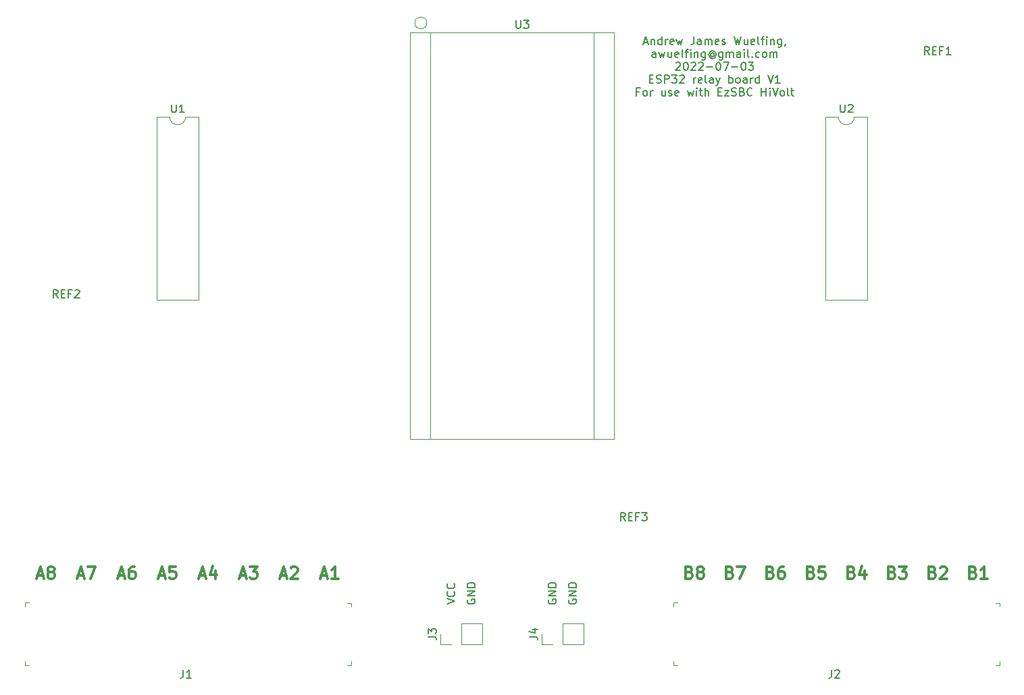
<source format=gbr>
%TF.GenerationSoftware,KiCad,Pcbnew,(6.0.1)*%
%TF.CreationDate,2022-07-03T17:59:52-04:00*%
%TF.ProjectId,tesy,74657379-2e6b-4696-9361-645f70636258,rev?*%
%TF.SameCoordinates,Original*%
%TF.FileFunction,Legend,Top*%
%TF.FilePolarity,Positive*%
%FSLAX46Y46*%
G04 Gerber Fmt 4.6, Leading zero omitted, Abs format (unit mm)*
G04 Created by KiCad (PCBNEW (6.0.1)) date 2022-07-03 17:59:52*
%MOMM*%
%LPD*%
G01*
G04 APERTURE LIST*
%ADD10C,0.300000*%
%ADD11C,0.150000*%
%ADD12C,0.120000*%
%ADD13C,0.100000*%
G04 APERTURE END LIST*
D10*
X136552857Y-121812857D02*
X136767142Y-121884285D01*
X136838571Y-121955714D01*
X136910000Y-122098571D01*
X136910000Y-122312857D01*
X136838571Y-122455714D01*
X136767142Y-122527142D01*
X136624285Y-122598571D01*
X136052857Y-122598571D01*
X136052857Y-121098571D01*
X136552857Y-121098571D01*
X136695714Y-121170000D01*
X136767142Y-121241428D01*
X136838571Y-121384285D01*
X136838571Y-121527142D01*
X136767142Y-121670000D01*
X136695714Y-121741428D01*
X136552857Y-121812857D01*
X136052857Y-121812857D01*
X137410000Y-121098571D02*
X138338571Y-121098571D01*
X137838571Y-121670000D01*
X138052857Y-121670000D01*
X138195714Y-121741428D01*
X138267142Y-121812857D01*
X138338571Y-121955714D01*
X138338571Y-122312857D01*
X138267142Y-122455714D01*
X138195714Y-122527142D01*
X138052857Y-122598571D01*
X137624285Y-122598571D01*
X137481428Y-122527142D01*
X137410000Y-122455714D01*
D11*
X83320000Y-125221904D02*
X83272380Y-125317142D01*
X83272380Y-125460000D01*
X83320000Y-125602857D01*
X83415238Y-125698095D01*
X83510476Y-125745714D01*
X83700952Y-125793333D01*
X83843809Y-125793333D01*
X84034285Y-125745714D01*
X84129523Y-125698095D01*
X84224761Y-125602857D01*
X84272380Y-125460000D01*
X84272380Y-125364761D01*
X84224761Y-125221904D01*
X84177142Y-125174285D01*
X83843809Y-125174285D01*
X83843809Y-125364761D01*
X84272380Y-124745714D02*
X83272380Y-124745714D01*
X84272380Y-124174285D01*
X83272380Y-124174285D01*
X84272380Y-123698095D02*
X83272380Y-123698095D01*
X83272380Y-123460000D01*
X83320000Y-123317142D01*
X83415238Y-123221904D01*
X83510476Y-123174285D01*
X83700952Y-123126666D01*
X83843809Y-123126666D01*
X84034285Y-123174285D01*
X84129523Y-123221904D01*
X84224761Y-123317142D01*
X84272380Y-123460000D01*
X84272380Y-123698095D01*
D10*
X116232857Y-121812857D02*
X116447142Y-121884285D01*
X116518571Y-121955714D01*
X116590000Y-122098571D01*
X116590000Y-122312857D01*
X116518571Y-122455714D01*
X116447142Y-122527142D01*
X116304285Y-122598571D01*
X115732857Y-122598571D01*
X115732857Y-121098571D01*
X116232857Y-121098571D01*
X116375714Y-121170000D01*
X116447142Y-121241428D01*
X116518571Y-121384285D01*
X116518571Y-121527142D01*
X116447142Y-121670000D01*
X116375714Y-121741428D01*
X116232857Y-121812857D01*
X115732857Y-121812857D01*
X117090000Y-121098571D02*
X118090000Y-121098571D01*
X117447142Y-122598571D01*
X49728571Y-122170000D02*
X50442857Y-122170000D01*
X49585714Y-122598571D02*
X50085714Y-121098571D01*
X50585714Y-122598571D01*
X51728571Y-121598571D02*
X51728571Y-122598571D01*
X51371428Y-121027142D02*
X51014285Y-122098571D01*
X51942857Y-122098571D01*
D11*
X80732380Y-125793333D02*
X81732380Y-125460000D01*
X80732380Y-125126666D01*
X81637142Y-124221904D02*
X81684761Y-124269523D01*
X81732380Y-124412380D01*
X81732380Y-124507619D01*
X81684761Y-124650476D01*
X81589523Y-124745714D01*
X81494285Y-124793333D01*
X81303809Y-124840952D01*
X81160952Y-124840952D01*
X80970476Y-124793333D01*
X80875238Y-124745714D01*
X80780000Y-124650476D01*
X80732380Y-124507619D01*
X80732380Y-124412380D01*
X80780000Y-124269523D01*
X80827619Y-124221904D01*
X81637142Y-123221904D02*
X81684761Y-123269523D01*
X81732380Y-123412380D01*
X81732380Y-123507619D01*
X81684761Y-123650476D01*
X81589523Y-123745714D01*
X81494285Y-123793333D01*
X81303809Y-123840952D01*
X81160952Y-123840952D01*
X80970476Y-123793333D01*
X80875238Y-123745714D01*
X80780000Y-123650476D01*
X80732380Y-123507619D01*
X80732380Y-123412380D01*
X80780000Y-123269523D01*
X80827619Y-123221904D01*
D10*
X54808571Y-122170000D02*
X55522857Y-122170000D01*
X54665714Y-122598571D02*
X55165714Y-121098571D01*
X55665714Y-122598571D01*
X56022857Y-121098571D02*
X56951428Y-121098571D01*
X56451428Y-121670000D01*
X56665714Y-121670000D01*
X56808571Y-121741428D01*
X56880000Y-121812857D01*
X56951428Y-121955714D01*
X56951428Y-122312857D01*
X56880000Y-122455714D01*
X56808571Y-122527142D01*
X56665714Y-122598571D01*
X56237142Y-122598571D01*
X56094285Y-122527142D01*
X56022857Y-122455714D01*
X146712857Y-121812857D02*
X146927142Y-121884285D01*
X146998571Y-121955714D01*
X147070000Y-122098571D01*
X147070000Y-122312857D01*
X146998571Y-122455714D01*
X146927142Y-122527142D01*
X146784285Y-122598571D01*
X146212857Y-122598571D01*
X146212857Y-121098571D01*
X146712857Y-121098571D01*
X146855714Y-121170000D01*
X146927142Y-121241428D01*
X146998571Y-121384285D01*
X146998571Y-121527142D01*
X146927142Y-121670000D01*
X146855714Y-121741428D01*
X146712857Y-121812857D01*
X146212857Y-121812857D01*
X148498571Y-122598571D02*
X147641428Y-122598571D01*
X148070000Y-122598571D02*
X148070000Y-121098571D01*
X147927142Y-121312857D01*
X147784285Y-121455714D01*
X147641428Y-121527142D01*
D11*
X93480000Y-125221904D02*
X93432380Y-125317142D01*
X93432380Y-125460000D01*
X93480000Y-125602857D01*
X93575238Y-125698095D01*
X93670476Y-125745714D01*
X93860952Y-125793333D01*
X94003809Y-125793333D01*
X94194285Y-125745714D01*
X94289523Y-125698095D01*
X94384761Y-125602857D01*
X94432380Y-125460000D01*
X94432380Y-125364761D01*
X94384761Y-125221904D01*
X94337142Y-125174285D01*
X94003809Y-125174285D01*
X94003809Y-125364761D01*
X94432380Y-124745714D02*
X93432380Y-124745714D01*
X94432380Y-124174285D01*
X93432380Y-124174285D01*
X94432380Y-123698095D02*
X93432380Y-123698095D01*
X93432380Y-123460000D01*
X93480000Y-123317142D01*
X93575238Y-123221904D01*
X93670476Y-123174285D01*
X93860952Y-123126666D01*
X94003809Y-123126666D01*
X94194285Y-123174285D01*
X94289523Y-123221904D01*
X94384761Y-123317142D01*
X94432380Y-123460000D01*
X94432380Y-123698095D01*
D10*
X126392857Y-121812857D02*
X126607142Y-121884285D01*
X126678571Y-121955714D01*
X126750000Y-122098571D01*
X126750000Y-122312857D01*
X126678571Y-122455714D01*
X126607142Y-122527142D01*
X126464285Y-122598571D01*
X125892857Y-122598571D01*
X125892857Y-121098571D01*
X126392857Y-121098571D01*
X126535714Y-121170000D01*
X126607142Y-121241428D01*
X126678571Y-121384285D01*
X126678571Y-121527142D01*
X126607142Y-121670000D01*
X126535714Y-121741428D01*
X126392857Y-121812857D01*
X125892857Y-121812857D01*
X128107142Y-121098571D02*
X127392857Y-121098571D01*
X127321428Y-121812857D01*
X127392857Y-121741428D01*
X127535714Y-121670000D01*
X127892857Y-121670000D01*
X128035714Y-121741428D01*
X128107142Y-121812857D01*
X128178571Y-121955714D01*
X128178571Y-122312857D01*
X128107142Y-122455714D01*
X128035714Y-122527142D01*
X127892857Y-122598571D01*
X127535714Y-122598571D01*
X127392857Y-122527142D01*
X127321428Y-122455714D01*
X59888571Y-122170000D02*
X60602857Y-122170000D01*
X59745714Y-122598571D02*
X60245714Y-121098571D01*
X60745714Y-122598571D01*
X61174285Y-121241428D02*
X61245714Y-121170000D01*
X61388571Y-121098571D01*
X61745714Y-121098571D01*
X61888571Y-121170000D01*
X61960000Y-121241428D01*
X62031428Y-121384285D01*
X62031428Y-121527142D01*
X61960000Y-121741428D01*
X61102857Y-122598571D01*
X62031428Y-122598571D01*
X111152857Y-121812857D02*
X111367142Y-121884285D01*
X111438571Y-121955714D01*
X111510000Y-122098571D01*
X111510000Y-122312857D01*
X111438571Y-122455714D01*
X111367142Y-122527142D01*
X111224285Y-122598571D01*
X110652857Y-122598571D01*
X110652857Y-121098571D01*
X111152857Y-121098571D01*
X111295714Y-121170000D01*
X111367142Y-121241428D01*
X111438571Y-121384285D01*
X111438571Y-121527142D01*
X111367142Y-121670000D01*
X111295714Y-121741428D01*
X111152857Y-121812857D01*
X110652857Y-121812857D01*
X112367142Y-121741428D02*
X112224285Y-121670000D01*
X112152857Y-121598571D01*
X112081428Y-121455714D01*
X112081428Y-121384285D01*
X112152857Y-121241428D01*
X112224285Y-121170000D01*
X112367142Y-121098571D01*
X112652857Y-121098571D01*
X112795714Y-121170000D01*
X112867142Y-121241428D01*
X112938571Y-121384285D01*
X112938571Y-121455714D01*
X112867142Y-121598571D01*
X112795714Y-121670000D01*
X112652857Y-121741428D01*
X112367142Y-121741428D01*
X112224285Y-121812857D01*
X112152857Y-121884285D01*
X112081428Y-122027142D01*
X112081428Y-122312857D01*
X112152857Y-122455714D01*
X112224285Y-122527142D01*
X112367142Y-122598571D01*
X112652857Y-122598571D01*
X112795714Y-122527142D01*
X112867142Y-122455714D01*
X112938571Y-122312857D01*
X112938571Y-122027142D01*
X112867142Y-121884285D01*
X112795714Y-121812857D01*
X112652857Y-121741428D01*
X34488571Y-122170000D02*
X35202857Y-122170000D01*
X34345714Y-122598571D02*
X34845714Y-121098571D01*
X35345714Y-122598571D01*
X35702857Y-121098571D02*
X36702857Y-121098571D01*
X36060000Y-122598571D01*
X44648571Y-122170000D02*
X45362857Y-122170000D01*
X44505714Y-122598571D02*
X45005714Y-121098571D01*
X45505714Y-122598571D01*
X46720000Y-121098571D02*
X46005714Y-121098571D01*
X45934285Y-121812857D01*
X46005714Y-121741428D01*
X46148571Y-121670000D01*
X46505714Y-121670000D01*
X46648571Y-121741428D01*
X46720000Y-121812857D01*
X46791428Y-121955714D01*
X46791428Y-122312857D01*
X46720000Y-122455714D01*
X46648571Y-122527142D01*
X46505714Y-122598571D01*
X46148571Y-122598571D01*
X46005714Y-122527142D01*
X45934285Y-122455714D01*
X131472857Y-121812857D02*
X131687142Y-121884285D01*
X131758571Y-121955714D01*
X131830000Y-122098571D01*
X131830000Y-122312857D01*
X131758571Y-122455714D01*
X131687142Y-122527142D01*
X131544285Y-122598571D01*
X130972857Y-122598571D01*
X130972857Y-121098571D01*
X131472857Y-121098571D01*
X131615714Y-121170000D01*
X131687142Y-121241428D01*
X131758571Y-121384285D01*
X131758571Y-121527142D01*
X131687142Y-121670000D01*
X131615714Y-121741428D01*
X131472857Y-121812857D01*
X130972857Y-121812857D01*
X133115714Y-121598571D02*
X133115714Y-122598571D01*
X132758571Y-121027142D02*
X132401428Y-122098571D01*
X133330000Y-122098571D01*
D11*
X105419047Y-55366666D02*
X105895238Y-55366666D01*
X105323809Y-55652380D02*
X105657142Y-54652380D01*
X105990476Y-55652380D01*
X106323809Y-54985714D02*
X106323809Y-55652380D01*
X106323809Y-55080952D02*
X106371428Y-55033333D01*
X106466666Y-54985714D01*
X106609523Y-54985714D01*
X106704761Y-55033333D01*
X106752380Y-55128571D01*
X106752380Y-55652380D01*
X107657142Y-55652380D02*
X107657142Y-54652380D01*
X107657142Y-55604761D02*
X107561904Y-55652380D01*
X107371428Y-55652380D01*
X107276190Y-55604761D01*
X107228571Y-55557142D01*
X107180952Y-55461904D01*
X107180952Y-55176190D01*
X107228571Y-55080952D01*
X107276190Y-55033333D01*
X107371428Y-54985714D01*
X107561904Y-54985714D01*
X107657142Y-55033333D01*
X108133333Y-55652380D02*
X108133333Y-54985714D01*
X108133333Y-55176190D02*
X108180952Y-55080952D01*
X108228571Y-55033333D01*
X108323809Y-54985714D01*
X108419047Y-54985714D01*
X109133333Y-55604761D02*
X109038095Y-55652380D01*
X108847619Y-55652380D01*
X108752380Y-55604761D01*
X108704761Y-55509523D01*
X108704761Y-55128571D01*
X108752380Y-55033333D01*
X108847619Y-54985714D01*
X109038095Y-54985714D01*
X109133333Y-55033333D01*
X109180952Y-55128571D01*
X109180952Y-55223809D01*
X108704761Y-55319047D01*
X109514285Y-54985714D02*
X109704761Y-55652380D01*
X109895238Y-55176190D01*
X110085714Y-55652380D01*
X110276190Y-54985714D01*
X111704761Y-54652380D02*
X111704761Y-55366666D01*
X111657142Y-55509523D01*
X111561904Y-55604761D01*
X111419047Y-55652380D01*
X111323809Y-55652380D01*
X112609523Y-55652380D02*
X112609523Y-55128571D01*
X112561904Y-55033333D01*
X112466666Y-54985714D01*
X112276190Y-54985714D01*
X112180952Y-55033333D01*
X112609523Y-55604761D02*
X112514285Y-55652380D01*
X112276190Y-55652380D01*
X112180952Y-55604761D01*
X112133333Y-55509523D01*
X112133333Y-55414285D01*
X112180952Y-55319047D01*
X112276190Y-55271428D01*
X112514285Y-55271428D01*
X112609523Y-55223809D01*
X113085714Y-55652380D02*
X113085714Y-54985714D01*
X113085714Y-55080952D02*
X113133333Y-55033333D01*
X113228571Y-54985714D01*
X113371428Y-54985714D01*
X113466666Y-55033333D01*
X113514285Y-55128571D01*
X113514285Y-55652380D01*
X113514285Y-55128571D02*
X113561904Y-55033333D01*
X113657142Y-54985714D01*
X113800000Y-54985714D01*
X113895238Y-55033333D01*
X113942857Y-55128571D01*
X113942857Y-55652380D01*
X114800000Y-55604761D02*
X114704761Y-55652380D01*
X114514285Y-55652380D01*
X114419047Y-55604761D01*
X114371428Y-55509523D01*
X114371428Y-55128571D01*
X114419047Y-55033333D01*
X114514285Y-54985714D01*
X114704761Y-54985714D01*
X114800000Y-55033333D01*
X114847619Y-55128571D01*
X114847619Y-55223809D01*
X114371428Y-55319047D01*
X115228571Y-55604761D02*
X115323809Y-55652380D01*
X115514285Y-55652380D01*
X115609523Y-55604761D01*
X115657142Y-55509523D01*
X115657142Y-55461904D01*
X115609523Y-55366666D01*
X115514285Y-55319047D01*
X115371428Y-55319047D01*
X115276190Y-55271428D01*
X115228571Y-55176190D01*
X115228571Y-55128571D01*
X115276190Y-55033333D01*
X115371428Y-54985714D01*
X115514285Y-54985714D01*
X115609523Y-55033333D01*
X116752380Y-54652380D02*
X116990476Y-55652380D01*
X117180952Y-54938095D01*
X117371428Y-55652380D01*
X117609523Y-54652380D01*
X118419047Y-54985714D02*
X118419047Y-55652380D01*
X117990476Y-54985714D02*
X117990476Y-55509523D01*
X118038095Y-55604761D01*
X118133333Y-55652380D01*
X118276190Y-55652380D01*
X118371428Y-55604761D01*
X118419047Y-55557142D01*
X119276190Y-55604761D02*
X119180952Y-55652380D01*
X118990476Y-55652380D01*
X118895238Y-55604761D01*
X118847619Y-55509523D01*
X118847619Y-55128571D01*
X118895238Y-55033333D01*
X118990476Y-54985714D01*
X119180952Y-54985714D01*
X119276190Y-55033333D01*
X119323809Y-55128571D01*
X119323809Y-55223809D01*
X118847619Y-55319047D01*
X119895238Y-55652380D02*
X119800000Y-55604761D01*
X119752380Y-55509523D01*
X119752380Y-54652380D01*
X120133333Y-54985714D02*
X120514285Y-54985714D01*
X120276190Y-55652380D02*
X120276190Y-54795238D01*
X120323809Y-54700000D01*
X120419047Y-54652380D01*
X120514285Y-54652380D01*
X120847619Y-55652380D02*
X120847619Y-54985714D01*
X120847619Y-54652380D02*
X120800000Y-54700000D01*
X120847619Y-54747619D01*
X120895238Y-54700000D01*
X120847619Y-54652380D01*
X120847619Y-54747619D01*
X121323809Y-54985714D02*
X121323809Y-55652380D01*
X121323809Y-55080952D02*
X121371428Y-55033333D01*
X121466666Y-54985714D01*
X121609523Y-54985714D01*
X121704761Y-55033333D01*
X121752380Y-55128571D01*
X121752380Y-55652380D01*
X122657142Y-54985714D02*
X122657142Y-55795238D01*
X122609523Y-55890476D01*
X122561904Y-55938095D01*
X122466666Y-55985714D01*
X122323809Y-55985714D01*
X122228571Y-55938095D01*
X122657142Y-55604761D02*
X122561904Y-55652380D01*
X122371428Y-55652380D01*
X122276190Y-55604761D01*
X122228571Y-55557142D01*
X122180952Y-55461904D01*
X122180952Y-55176190D01*
X122228571Y-55080952D01*
X122276190Y-55033333D01*
X122371428Y-54985714D01*
X122561904Y-54985714D01*
X122657142Y-55033333D01*
X123180952Y-55604761D02*
X123180952Y-55652380D01*
X123133333Y-55747619D01*
X123085714Y-55795238D01*
X106919047Y-57262380D02*
X106919047Y-56738571D01*
X106871428Y-56643333D01*
X106776190Y-56595714D01*
X106585714Y-56595714D01*
X106490476Y-56643333D01*
X106919047Y-57214761D02*
X106823809Y-57262380D01*
X106585714Y-57262380D01*
X106490476Y-57214761D01*
X106442857Y-57119523D01*
X106442857Y-57024285D01*
X106490476Y-56929047D01*
X106585714Y-56881428D01*
X106823809Y-56881428D01*
X106919047Y-56833809D01*
X107300000Y-56595714D02*
X107490476Y-57262380D01*
X107680952Y-56786190D01*
X107871428Y-57262380D01*
X108061904Y-56595714D01*
X108871428Y-56595714D02*
X108871428Y-57262380D01*
X108442857Y-56595714D02*
X108442857Y-57119523D01*
X108490476Y-57214761D01*
X108585714Y-57262380D01*
X108728571Y-57262380D01*
X108823809Y-57214761D01*
X108871428Y-57167142D01*
X109728571Y-57214761D02*
X109633333Y-57262380D01*
X109442857Y-57262380D01*
X109347619Y-57214761D01*
X109300000Y-57119523D01*
X109300000Y-56738571D01*
X109347619Y-56643333D01*
X109442857Y-56595714D01*
X109633333Y-56595714D01*
X109728571Y-56643333D01*
X109776190Y-56738571D01*
X109776190Y-56833809D01*
X109300000Y-56929047D01*
X110347619Y-57262380D02*
X110252380Y-57214761D01*
X110204761Y-57119523D01*
X110204761Y-56262380D01*
X110585714Y-56595714D02*
X110966666Y-56595714D01*
X110728571Y-57262380D02*
X110728571Y-56405238D01*
X110776190Y-56310000D01*
X110871428Y-56262380D01*
X110966666Y-56262380D01*
X111300000Y-57262380D02*
X111300000Y-56595714D01*
X111300000Y-56262380D02*
X111252380Y-56310000D01*
X111300000Y-56357619D01*
X111347619Y-56310000D01*
X111300000Y-56262380D01*
X111300000Y-56357619D01*
X111776190Y-56595714D02*
X111776190Y-57262380D01*
X111776190Y-56690952D02*
X111823809Y-56643333D01*
X111919047Y-56595714D01*
X112061904Y-56595714D01*
X112157142Y-56643333D01*
X112204761Y-56738571D01*
X112204761Y-57262380D01*
X113109523Y-56595714D02*
X113109523Y-57405238D01*
X113061904Y-57500476D01*
X113014285Y-57548095D01*
X112919047Y-57595714D01*
X112776190Y-57595714D01*
X112680952Y-57548095D01*
X113109523Y-57214761D02*
X113014285Y-57262380D01*
X112823809Y-57262380D01*
X112728571Y-57214761D01*
X112680952Y-57167142D01*
X112633333Y-57071904D01*
X112633333Y-56786190D01*
X112680952Y-56690952D01*
X112728571Y-56643333D01*
X112823809Y-56595714D01*
X113014285Y-56595714D01*
X113109523Y-56643333D01*
X114204761Y-56786190D02*
X114157142Y-56738571D01*
X114061904Y-56690952D01*
X113966666Y-56690952D01*
X113871428Y-56738571D01*
X113823809Y-56786190D01*
X113776190Y-56881428D01*
X113776190Y-56976666D01*
X113823809Y-57071904D01*
X113871428Y-57119523D01*
X113966666Y-57167142D01*
X114061904Y-57167142D01*
X114157142Y-57119523D01*
X114204761Y-57071904D01*
X114204761Y-56690952D02*
X114204761Y-57071904D01*
X114252380Y-57119523D01*
X114300000Y-57119523D01*
X114395238Y-57071904D01*
X114442857Y-56976666D01*
X114442857Y-56738571D01*
X114347619Y-56595714D01*
X114204761Y-56500476D01*
X114014285Y-56452857D01*
X113823809Y-56500476D01*
X113680952Y-56595714D01*
X113585714Y-56738571D01*
X113538095Y-56929047D01*
X113585714Y-57119523D01*
X113680952Y-57262380D01*
X113823809Y-57357619D01*
X114014285Y-57405238D01*
X114204761Y-57357619D01*
X114347619Y-57262380D01*
X115300000Y-56595714D02*
X115300000Y-57405238D01*
X115252380Y-57500476D01*
X115204761Y-57548095D01*
X115109523Y-57595714D01*
X114966666Y-57595714D01*
X114871428Y-57548095D01*
X115300000Y-57214761D02*
X115204761Y-57262380D01*
X115014285Y-57262380D01*
X114919047Y-57214761D01*
X114871428Y-57167142D01*
X114823809Y-57071904D01*
X114823809Y-56786190D01*
X114871428Y-56690952D01*
X114919047Y-56643333D01*
X115014285Y-56595714D01*
X115204761Y-56595714D01*
X115300000Y-56643333D01*
X115776190Y-57262380D02*
X115776190Y-56595714D01*
X115776190Y-56690952D02*
X115823809Y-56643333D01*
X115919047Y-56595714D01*
X116061904Y-56595714D01*
X116157142Y-56643333D01*
X116204761Y-56738571D01*
X116204761Y-57262380D01*
X116204761Y-56738571D02*
X116252380Y-56643333D01*
X116347619Y-56595714D01*
X116490476Y-56595714D01*
X116585714Y-56643333D01*
X116633333Y-56738571D01*
X116633333Y-57262380D01*
X117538095Y-57262380D02*
X117538095Y-56738571D01*
X117490476Y-56643333D01*
X117395238Y-56595714D01*
X117204761Y-56595714D01*
X117109523Y-56643333D01*
X117538095Y-57214761D02*
X117442857Y-57262380D01*
X117204761Y-57262380D01*
X117109523Y-57214761D01*
X117061904Y-57119523D01*
X117061904Y-57024285D01*
X117109523Y-56929047D01*
X117204761Y-56881428D01*
X117442857Y-56881428D01*
X117538095Y-56833809D01*
X118014285Y-57262380D02*
X118014285Y-56595714D01*
X118014285Y-56262380D02*
X117966666Y-56310000D01*
X118014285Y-56357619D01*
X118061904Y-56310000D01*
X118014285Y-56262380D01*
X118014285Y-56357619D01*
X118633333Y-57262380D02*
X118538095Y-57214761D01*
X118490476Y-57119523D01*
X118490476Y-56262380D01*
X119014285Y-57167142D02*
X119061904Y-57214761D01*
X119014285Y-57262380D01*
X118966666Y-57214761D01*
X119014285Y-57167142D01*
X119014285Y-57262380D01*
X119919047Y-57214761D02*
X119823809Y-57262380D01*
X119633333Y-57262380D01*
X119538095Y-57214761D01*
X119490476Y-57167142D01*
X119442857Y-57071904D01*
X119442857Y-56786190D01*
X119490476Y-56690952D01*
X119538095Y-56643333D01*
X119633333Y-56595714D01*
X119823809Y-56595714D01*
X119919047Y-56643333D01*
X120490476Y-57262380D02*
X120395238Y-57214761D01*
X120347619Y-57167142D01*
X120300000Y-57071904D01*
X120300000Y-56786190D01*
X120347619Y-56690952D01*
X120395238Y-56643333D01*
X120490476Y-56595714D01*
X120633333Y-56595714D01*
X120728571Y-56643333D01*
X120776190Y-56690952D01*
X120823809Y-56786190D01*
X120823809Y-57071904D01*
X120776190Y-57167142D01*
X120728571Y-57214761D01*
X120633333Y-57262380D01*
X120490476Y-57262380D01*
X121252380Y-57262380D02*
X121252380Y-56595714D01*
X121252380Y-56690952D02*
X121300000Y-56643333D01*
X121395238Y-56595714D01*
X121538095Y-56595714D01*
X121633333Y-56643333D01*
X121680952Y-56738571D01*
X121680952Y-57262380D01*
X121680952Y-56738571D02*
X121728571Y-56643333D01*
X121823809Y-56595714D01*
X121966666Y-56595714D01*
X122061904Y-56643333D01*
X122109523Y-56738571D01*
X122109523Y-57262380D01*
X109442857Y-57967619D02*
X109490476Y-57920000D01*
X109585714Y-57872380D01*
X109823809Y-57872380D01*
X109919047Y-57920000D01*
X109966666Y-57967619D01*
X110014285Y-58062857D01*
X110014285Y-58158095D01*
X109966666Y-58300952D01*
X109395238Y-58872380D01*
X110014285Y-58872380D01*
X110633333Y-57872380D02*
X110728571Y-57872380D01*
X110823809Y-57920000D01*
X110871428Y-57967619D01*
X110919047Y-58062857D01*
X110966666Y-58253333D01*
X110966666Y-58491428D01*
X110919047Y-58681904D01*
X110871428Y-58777142D01*
X110823809Y-58824761D01*
X110728571Y-58872380D01*
X110633333Y-58872380D01*
X110538095Y-58824761D01*
X110490476Y-58777142D01*
X110442857Y-58681904D01*
X110395238Y-58491428D01*
X110395238Y-58253333D01*
X110442857Y-58062857D01*
X110490476Y-57967619D01*
X110538095Y-57920000D01*
X110633333Y-57872380D01*
X111347619Y-57967619D02*
X111395238Y-57920000D01*
X111490476Y-57872380D01*
X111728571Y-57872380D01*
X111823809Y-57920000D01*
X111871428Y-57967619D01*
X111919047Y-58062857D01*
X111919047Y-58158095D01*
X111871428Y-58300952D01*
X111300000Y-58872380D01*
X111919047Y-58872380D01*
X112300000Y-57967619D02*
X112347619Y-57920000D01*
X112442857Y-57872380D01*
X112680952Y-57872380D01*
X112776190Y-57920000D01*
X112823809Y-57967619D01*
X112871428Y-58062857D01*
X112871428Y-58158095D01*
X112823809Y-58300952D01*
X112252380Y-58872380D01*
X112871428Y-58872380D01*
X113300000Y-58491428D02*
X114061904Y-58491428D01*
X114728571Y-57872380D02*
X114823809Y-57872380D01*
X114919047Y-57920000D01*
X114966666Y-57967619D01*
X115014285Y-58062857D01*
X115061904Y-58253333D01*
X115061904Y-58491428D01*
X115014285Y-58681904D01*
X114966666Y-58777142D01*
X114919047Y-58824761D01*
X114823809Y-58872380D01*
X114728571Y-58872380D01*
X114633333Y-58824761D01*
X114585714Y-58777142D01*
X114538095Y-58681904D01*
X114490476Y-58491428D01*
X114490476Y-58253333D01*
X114538095Y-58062857D01*
X114585714Y-57967619D01*
X114633333Y-57920000D01*
X114728571Y-57872380D01*
X115395238Y-57872380D02*
X116061904Y-57872380D01*
X115633333Y-58872380D01*
X116442857Y-58491428D02*
X117204761Y-58491428D01*
X117871428Y-57872380D02*
X117966666Y-57872380D01*
X118061904Y-57920000D01*
X118109523Y-57967619D01*
X118157142Y-58062857D01*
X118204761Y-58253333D01*
X118204761Y-58491428D01*
X118157142Y-58681904D01*
X118109523Y-58777142D01*
X118061904Y-58824761D01*
X117966666Y-58872380D01*
X117871428Y-58872380D01*
X117776190Y-58824761D01*
X117728571Y-58777142D01*
X117680952Y-58681904D01*
X117633333Y-58491428D01*
X117633333Y-58253333D01*
X117680952Y-58062857D01*
X117728571Y-57967619D01*
X117776190Y-57920000D01*
X117871428Y-57872380D01*
X118538095Y-57872380D02*
X119157142Y-57872380D01*
X118823809Y-58253333D01*
X118966666Y-58253333D01*
X119061904Y-58300952D01*
X119109523Y-58348571D01*
X119157142Y-58443809D01*
X119157142Y-58681904D01*
X119109523Y-58777142D01*
X119061904Y-58824761D01*
X118966666Y-58872380D01*
X118680952Y-58872380D01*
X118585714Y-58824761D01*
X118538095Y-58777142D01*
X106157142Y-59958571D02*
X106490476Y-59958571D01*
X106633333Y-60482380D02*
X106157142Y-60482380D01*
X106157142Y-59482380D01*
X106633333Y-59482380D01*
X107014285Y-60434761D02*
X107157142Y-60482380D01*
X107395238Y-60482380D01*
X107490476Y-60434761D01*
X107538095Y-60387142D01*
X107585714Y-60291904D01*
X107585714Y-60196666D01*
X107538095Y-60101428D01*
X107490476Y-60053809D01*
X107395238Y-60006190D01*
X107204761Y-59958571D01*
X107109523Y-59910952D01*
X107061904Y-59863333D01*
X107014285Y-59768095D01*
X107014285Y-59672857D01*
X107061904Y-59577619D01*
X107109523Y-59530000D01*
X107204761Y-59482380D01*
X107442857Y-59482380D01*
X107585714Y-59530000D01*
X108014285Y-60482380D02*
X108014285Y-59482380D01*
X108395238Y-59482380D01*
X108490476Y-59530000D01*
X108538095Y-59577619D01*
X108585714Y-59672857D01*
X108585714Y-59815714D01*
X108538095Y-59910952D01*
X108490476Y-59958571D01*
X108395238Y-60006190D01*
X108014285Y-60006190D01*
X108919047Y-59482380D02*
X109538095Y-59482380D01*
X109204761Y-59863333D01*
X109347619Y-59863333D01*
X109442857Y-59910952D01*
X109490476Y-59958571D01*
X109538095Y-60053809D01*
X109538095Y-60291904D01*
X109490476Y-60387142D01*
X109442857Y-60434761D01*
X109347619Y-60482380D01*
X109061904Y-60482380D01*
X108966666Y-60434761D01*
X108919047Y-60387142D01*
X109919047Y-59577619D02*
X109966666Y-59530000D01*
X110061904Y-59482380D01*
X110300000Y-59482380D01*
X110395238Y-59530000D01*
X110442857Y-59577619D01*
X110490476Y-59672857D01*
X110490476Y-59768095D01*
X110442857Y-59910952D01*
X109871428Y-60482380D01*
X110490476Y-60482380D01*
X111680952Y-60482380D02*
X111680952Y-59815714D01*
X111680952Y-60006190D02*
X111728571Y-59910952D01*
X111776190Y-59863333D01*
X111871428Y-59815714D01*
X111966666Y-59815714D01*
X112680952Y-60434761D02*
X112585714Y-60482380D01*
X112395238Y-60482380D01*
X112300000Y-60434761D01*
X112252380Y-60339523D01*
X112252380Y-59958571D01*
X112300000Y-59863333D01*
X112395238Y-59815714D01*
X112585714Y-59815714D01*
X112680952Y-59863333D01*
X112728571Y-59958571D01*
X112728571Y-60053809D01*
X112252380Y-60149047D01*
X113300000Y-60482380D02*
X113204761Y-60434761D01*
X113157142Y-60339523D01*
X113157142Y-59482380D01*
X114109523Y-60482380D02*
X114109523Y-59958571D01*
X114061904Y-59863333D01*
X113966666Y-59815714D01*
X113776190Y-59815714D01*
X113680952Y-59863333D01*
X114109523Y-60434761D02*
X114014285Y-60482380D01*
X113776190Y-60482380D01*
X113680952Y-60434761D01*
X113633333Y-60339523D01*
X113633333Y-60244285D01*
X113680952Y-60149047D01*
X113776190Y-60101428D01*
X114014285Y-60101428D01*
X114109523Y-60053809D01*
X114490476Y-59815714D02*
X114728571Y-60482380D01*
X114966666Y-59815714D02*
X114728571Y-60482380D01*
X114633333Y-60720476D01*
X114585714Y-60768095D01*
X114490476Y-60815714D01*
X116109523Y-60482380D02*
X116109523Y-59482380D01*
X116109523Y-59863333D02*
X116204761Y-59815714D01*
X116395238Y-59815714D01*
X116490476Y-59863333D01*
X116538095Y-59910952D01*
X116585714Y-60006190D01*
X116585714Y-60291904D01*
X116538095Y-60387142D01*
X116490476Y-60434761D01*
X116395238Y-60482380D01*
X116204761Y-60482380D01*
X116109523Y-60434761D01*
X117157142Y-60482380D02*
X117061904Y-60434761D01*
X117014285Y-60387142D01*
X116966666Y-60291904D01*
X116966666Y-60006190D01*
X117014285Y-59910952D01*
X117061904Y-59863333D01*
X117157142Y-59815714D01*
X117299999Y-59815714D01*
X117395238Y-59863333D01*
X117442857Y-59910952D01*
X117490476Y-60006190D01*
X117490476Y-60291904D01*
X117442857Y-60387142D01*
X117395238Y-60434761D01*
X117299999Y-60482380D01*
X117157142Y-60482380D01*
X118347619Y-60482380D02*
X118347619Y-59958571D01*
X118299999Y-59863333D01*
X118204761Y-59815714D01*
X118014285Y-59815714D01*
X117919047Y-59863333D01*
X118347619Y-60434761D02*
X118252380Y-60482380D01*
X118014285Y-60482380D01*
X117919047Y-60434761D01*
X117871428Y-60339523D01*
X117871428Y-60244285D01*
X117919047Y-60149047D01*
X118014285Y-60101428D01*
X118252380Y-60101428D01*
X118347619Y-60053809D01*
X118823809Y-60482380D02*
X118823809Y-59815714D01*
X118823809Y-60006190D02*
X118871428Y-59910952D01*
X118919047Y-59863333D01*
X119014285Y-59815714D01*
X119109523Y-59815714D01*
X119871428Y-60482380D02*
X119871428Y-59482380D01*
X119871428Y-60434761D02*
X119776190Y-60482380D01*
X119585714Y-60482380D01*
X119490476Y-60434761D01*
X119442857Y-60387142D01*
X119395238Y-60291904D01*
X119395238Y-60006190D01*
X119442857Y-59910952D01*
X119490476Y-59863333D01*
X119585714Y-59815714D01*
X119776190Y-59815714D01*
X119871428Y-59863333D01*
X120966666Y-59482380D02*
X121299999Y-60482380D01*
X121633333Y-59482380D01*
X122490476Y-60482380D02*
X121919047Y-60482380D01*
X122204761Y-60482380D02*
X122204761Y-59482380D01*
X122109523Y-59625238D01*
X122014285Y-59720476D01*
X121919047Y-59768095D01*
X104847619Y-61568571D02*
X104514285Y-61568571D01*
X104514285Y-62092380D02*
X104514285Y-61092380D01*
X104990476Y-61092380D01*
X105514285Y-62092380D02*
X105419047Y-62044761D01*
X105371428Y-61997142D01*
X105323809Y-61901904D01*
X105323809Y-61616190D01*
X105371428Y-61520952D01*
X105419047Y-61473333D01*
X105514285Y-61425714D01*
X105657142Y-61425714D01*
X105752380Y-61473333D01*
X105800000Y-61520952D01*
X105847619Y-61616190D01*
X105847619Y-61901904D01*
X105800000Y-61997142D01*
X105752380Y-62044761D01*
X105657142Y-62092380D01*
X105514285Y-62092380D01*
X106276190Y-62092380D02*
X106276190Y-61425714D01*
X106276190Y-61616190D02*
X106323809Y-61520952D01*
X106371428Y-61473333D01*
X106466666Y-61425714D01*
X106561904Y-61425714D01*
X108085714Y-61425714D02*
X108085714Y-62092380D01*
X107657142Y-61425714D02*
X107657142Y-61949523D01*
X107704761Y-62044761D01*
X107800000Y-62092380D01*
X107942857Y-62092380D01*
X108038095Y-62044761D01*
X108085714Y-61997142D01*
X108514285Y-62044761D02*
X108609523Y-62092380D01*
X108800000Y-62092380D01*
X108895238Y-62044761D01*
X108942857Y-61949523D01*
X108942857Y-61901904D01*
X108895238Y-61806666D01*
X108800000Y-61759047D01*
X108657142Y-61759047D01*
X108561904Y-61711428D01*
X108514285Y-61616190D01*
X108514285Y-61568571D01*
X108561904Y-61473333D01*
X108657142Y-61425714D01*
X108800000Y-61425714D01*
X108895238Y-61473333D01*
X109752380Y-62044761D02*
X109657142Y-62092380D01*
X109466666Y-62092380D01*
X109371428Y-62044761D01*
X109323809Y-61949523D01*
X109323809Y-61568571D01*
X109371428Y-61473333D01*
X109466666Y-61425714D01*
X109657142Y-61425714D01*
X109752380Y-61473333D01*
X109800000Y-61568571D01*
X109800000Y-61663809D01*
X109323809Y-61759047D01*
X110895238Y-61425714D02*
X111085714Y-62092380D01*
X111276190Y-61616190D01*
X111466666Y-62092380D01*
X111657142Y-61425714D01*
X112038095Y-62092380D02*
X112038095Y-61425714D01*
X112038095Y-61092380D02*
X111990476Y-61140000D01*
X112038095Y-61187619D01*
X112085714Y-61140000D01*
X112038095Y-61092380D01*
X112038095Y-61187619D01*
X112371428Y-61425714D02*
X112752380Y-61425714D01*
X112514285Y-61092380D02*
X112514285Y-61949523D01*
X112561904Y-62044761D01*
X112657142Y-62092380D01*
X112752380Y-62092380D01*
X113085714Y-62092380D02*
X113085714Y-61092380D01*
X113514285Y-62092380D02*
X113514285Y-61568571D01*
X113466666Y-61473333D01*
X113371428Y-61425714D01*
X113228571Y-61425714D01*
X113133333Y-61473333D01*
X113085714Y-61520952D01*
X114752380Y-61568571D02*
X115085714Y-61568571D01*
X115228571Y-62092380D02*
X114752380Y-62092380D01*
X114752380Y-61092380D01*
X115228571Y-61092380D01*
X115561904Y-61425714D02*
X116085714Y-61425714D01*
X115561904Y-62092380D01*
X116085714Y-62092380D01*
X116419047Y-62044761D02*
X116561904Y-62092380D01*
X116800000Y-62092380D01*
X116895238Y-62044761D01*
X116942857Y-61997142D01*
X116990476Y-61901904D01*
X116990476Y-61806666D01*
X116942857Y-61711428D01*
X116895238Y-61663809D01*
X116800000Y-61616190D01*
X116609523Y-61568571D01*
X116514285Y-61520952D01*
X116466666Y-61473333D01*
X116419047Y-61378095D01*
X116419047Y-61282857D01*
X116466666Y-61187619D01*
X116514285Y-61140000D01*
X116609523Y-61092380D01*
X116847619Y-61092380D01*
X116990476Y-61140000D01*
X117752380Y-61568571D02*
X117895238Y-61616190D01*
X117942857Y-61663809D01*
X117990476Y-61759047D01*
X117990476Y-61901904D01*
X117942857Y-61997142D01*
X117895238Y-62044761D01*
X117800000Y-62092380D01*
X117419047Y-62092380D01*
X117419047Y-61092380D01*
X117752380Y-61092380D01*
X117847619Y-61140000D01*
X117895238Y-61187619D01*
X117942857Y-61282857D01*
X117942857Y-61378095D01*
X117895238Y-61473333D01*
X117847619Y-61520952D01*
X117752380Y-61568571D01*
X117419047Y-61568571D01*
X118990476Y-61997142D02*
X118942857Y-62044761D01*
X118800000Y-62092380D01*
X118704761Y-62092380D01*
X118561904Y-62044761D01*
X118466666Y-61949523D01*
X118419047Y-61854285D01*
X118371428Y-61663809D01*
X118371428Y-61520952D01*
X118419047Y-61330476D01*
X118466666Y-61235238D01*
X118561904Y-61140000D01*
X118704761Y-61092380D01*
X118800000Y-61092380D01*
X118942857Y-61140000D01*
X118990476Y-61187619D01*
X120180952Y-62092380D02*
X120180952Y-61092380D01*
X120180952Y-61568571D02*
X120752380Y-61568571D01*
X120752380Y-62092380D02*
X120752380Y-61092380D01*
X121228571Y-62092380D02*
X121228571Y-61425714D01*
X121228571Y-61092380D02*
X121180952Y-61140000D01*
X121228571Y-61187619D01*
X121276190Y-61140000D01*
X121228571Y-61092380D01*
X121228571Y-61187619D01*
X121561904Y-61092380D02*
X121895238Y-62092380D01*
X122228571Y-61092380D01*
X122704761Y-62092380D02*
X122609523Y-62044761D01*
X122561904Y-61997142D01*
X122514285Y-61901904D01*
X122514285Y-61616190D01*
X122561904Y-61520952D01*
X122609523Y-61473333D01*
X122704761Y-61425714D01*
X122847619Y-61425714D01*
X122942857Y-61473333D01*
X122990476Y-61520952D01*
X123038095Y-61616190D01*
X123038095Y-61901904D01*
X122990476Y-61997142D01*
X122942857Y-62044761D01*
X122847619Y-62092380D01*
X122704761Y-62092380D01*
X123609523Y-62092380D02*
X123514285Y-62044761D01*
X123466666Y-61949523D01*
X123466666Y-61092380D01*
X123847619Y-61425714D02*
X124228571Y-61425714D01*
X123990476Y-61092380D02*
X123990476Y-61949523D01*
X124038095Y-62044761D01*
X124133333Y-62092380D01*
X124228571Y-62092380D01*
D10*
X39568571Y-122170000D02*
X40282857Y-122170000D01*
X39425714Y-122598571D02*
X39925714Y-121098571D01*
X40425714Y-122598571D01*
X41568571Y-121098571D02*
X41282857Y-121098571D01*
X41140000Y-121170000D01*
X41068571Y-121241428D01*
X40925714Y-121455714D01*
X40854285Y-121741428D01*
X40854285Y-122312857D01*
X40925714Y-122455714D01*
X40997142Y-122527142D01*
X41140000Y-122598571D01*
X41425714Y-122598571D01*
X41568571Y-122527142D01*
X41640000Y-122455714D01*
X41711428Y-122312857D01*
X41711428Y-121955714D01*
X41640000Y-121812857D01*
X41568571Y-121741428D01*
X41425714Y-121670000D01*
X41140000Y-121670000D01*
X40997142Y-121741428D01*
X40925714Y-121812857D01*
X40854285Y-121955714D01*
X29408571Y-122170000D02*
X30122857Y-122170000D01*
X29265714Y-122598571D02*
X29765714Y-121098571D01*
X30265714Y-122598571D01*
X30980000Y-121741428D02*
X30837142Y-121670000D01*
X30765714Y-121598571D01*
X30694285Y-121455714D01*
X30694285Y-121384285D01*
X30765714Y-121241428D01*
X30837142Y-121170000D01*
X30980000Y-121098571D01*
X31265714Y-121098571D01*
X31408571Y-121170000D01*
X31480000Y-121241428D01*
X31551428Y-121384285D01*
X31551428Y-121455714D01*
X31480000Y-121598571D01*
X31408571Y-121670000D01*
X31265714Y-121741428D01*
X30980000Y-121741428D01*
X30837142Y-121812857D01*
X30765714Y-121884285D01*
X30694285Y-122027142D01*
X30694285Y-122312857D01*
X30765714Y-122455714D01*
X30837142Y-122527142D01*
X30980000Y-122598571D01*
X31265714Y-122598571D01*
X31408571Y-122527142D01*
X31480000Y-122455714D01*
X31551428Y-122312857D01*
X31551428Y-122027142D01*
X31480000Y-121884285D01*
X31408571Y-121812857D01*
X31265714Y-121741428D01*
D11*
X96020000Y-125221904D02*
X95972380Y-125317142D01*
X95972380Y-125460000D01*
X96020000Y-125602857D01*
X96115238Y-125698095D01*
X96210476Y-125745714D01*
X96400952Y-125793333D01*
X96543809Y-125793333D01*
X96734285Y-125745714D01*
X96829523Y-125698095D01*
X96924761Y-125602857D01*
X96972380Y-125460000D01*
X96972380Y-125364761D01*
X96924761Y-125221904D01*
X96877142Y-125174285D01*
X96543809Y-125174285D01*
X96543809Y-125364761D01*
X96972380Y-124745714D02*
X95972380Y-124745714D01*
X96972380Y-124174285D01*
X95972380Y-124174285D01*
X96972380Y-123698095D02*
X95972380Y-123698095D01*
X95972380Y-123460000D01*
X96020000Y-123317142D01*
X96115238Y-123221904D01*
X96210476Y-123174285D01*
X96400952Y-123126666D01*
X96543809Y-123126666D01*
X96734285Y-123174285D01*
X96829523Y-123221904D01*
X96924761Y-123317142D01*
X96972380Y-123460000D01*
X96972380Y-123698095D01*
D10*
X141632857Y-121812857D02*
X141847142Y-121884285D01*
X141918571Y-121955714D01*
X141990000Y-122098571D01*
X141990000Y-122312857D01*
X141918571Y-122455714D01*
X141847142Y-122527142D01*
X141704285Y-122598571D01*
X141132857Y-122598571D01*
X141132857Y-121098571D01*
X141632857Y-121098571D01*
X141775714Y-121170000D01*
X141847142Y-121241428D01*
X141918571Y-121384285D01*
X141918571Y-121527142D01*
X141847142Y-121670000D01*
X141775714Y-121741428D01*
X141632857Y-121812857D01*
X141132857Y-121812857D01*
X142561428Y-121241428D02*
X142632857Y-121170000D01*
X142775714Y-121098571D01*
X143132857Y-121098571D01*
X143275714Y-121170000D01*
X143347142Y-121241428D01*
X143418571Y-121384285D01*
X143418571Y-121527142D01*
X143347142Y-121741428D01*
X142490000Y-122598571D01*
X143418571Y-122598571D01*
X64968571Y-122170000D02*
X65682857Y-122170000D01*
X64825714Y-122598571D02*
X65325714Y-121098571D01*
X65825714Y-122598571D01*
X67111428Y-122598571D02*
X66254285Y-122598571D01*
X66682857Y-122598571D02*
X66682857Y-121098571D01*
X66540000Y-121312857D01*
X66397142Y-121455714D01*
X66254285Y-121527142D01*
X121312857Y-121812857D02*
X121527142Y-121884285D01*
X121598571Y-121955714D01*
X121670000Y-122098571D01*
X121670000Y-122312857D01*
X121598571Y-122455714D01*
X121527142Y-122527142D01*
X121384285Y-122598571D01*
X120812857Y-122598571D01*
X120812857Y-121098571D01*
X121312857Y-121098571D01*
X121455714Y-121170000D01*
X121527142Y-121241428D01*
X121598571Y-121384285D01*
X121598571Y-121527142D01*
X121527142Y-121670000D01*
X121455714Y-121741428D01*
X121312857Y-121812857D01*
X120812857Y-121812857D01*
X122955714Y-121098571D02*
X122670000Y-121098571D01*
X122527142Y-121170000D01*
X122455714Y-121241428D01*
X122312857Y-121455714D01*
X122241428Y-121741428D01*
X122241428Y-122312857D01*
X122312857Y-122455714D01*
X122384285Y-122527142D01*
X122527142Y-122598571D01*
X122812857Y-122598571D01*
X122955714Y-122527142D01*
X123027142Y-122455714D01*
X123098571Y-122312857D01*
X123098571Y-121955714D01*
X123027142Y-121812857D01*
X122955714Y-121741428D01*
X122812857Y-121670000D01*
X122527142Y-121670000D01*
X122384285Y-121741428D01*
X122312857Y-121812857D01*
X122241428Y-121955714D01*
D11*
%TO.C,REF1*%
X141192380Y-56912380D02*
X140859047Y-56436190D01*
X140620952Y-56912380D02*
X140620952Y-55912380D01*
X141001904Y-55912380D01*
X141097142Y-55960000D01*
X141144761Y-56007619D01*
X141192380Y-56102857D01*
X141192380Y-56245714D01*
X141144761Y-56340952D01*
X141097142Y-56388571D01*
X141001904Y-56436190D01*
X140620952Y-56436190D01*
X141620952Y-56388571D02*
X141954285Y-56388571D01*
X142097142Y-56912380D02*
X141620952Y-56912380D01*
X141620952Y-55912380D01*
X142097142Y-55912380D01*
X142859047Y-56388571D02*
X142525714Y-56388571D01*
X142525714Y-56912380D02*
X142525714Y-55912380D01*
X143001904Y-55912380D01*
X143906666Y-56912380D02*
X143335238Y-56912380D01*
X143620952Y-56912380D02*
X143620952Y-55912380D01*
X143525714Y-56055238D01*
X143430476Y-56150476D01*
X143335238Y-56198095D01*
%TO.C,U2*%
X130048095Y-63162380D02*
X130048095Y-63971904D01*
X130095714Y-64067142D01*
X130143333Y-64114761D01*
X130238571Y-64162380D01*
X130429047Y-64162380D01*
X130524285Y-64114761D01*
X130571904Y-64067142D01*
X130619523Y-63971904D01*
X130619523Y-63162380D01*
X131048095Y-63257619D02*
X131095714Y-63210000D01*
X131190952Y-63162380D01*
X131429047Y-63162380D01*
X131524285Y-63210000D01*
X131571904Y-63257619D01*
X131619523Y-63352857D01*
X131619523Y-63448095D01*
X131571904Y-63590952D01*
X131000476Y-64162380D01*
X131619523Y-64162380D01*
%TO.C,U3*%
X89408095Y-52605880D02*
X89408095Y-53415404D01*
X89455714Y-53510642D01*
X89503333Y-53558261D01*
X89598571Y-53605880D01*
X89789047Y-53605880D01*
X89884285Y-53558261D01*
X89931904Y-53510642D01*
X89979523Y-53415404D01*
X89979523Y-52605880D01*
X90360476Y-52605880D02*
X90979523Y-52605880D01*
X90646190Y-52986833D01*
X90789047Y-52986833D01*
X90884285Y-53034452D01*
X90931904Y-53082071D01*
X90979523Y-53177309D01*
X90979523Y-53415404D01*
X90931904Y-53510642D01*
X90884285Y-53558261D01*
X90789047Y-53605880D01*
X90503333Y-53605880D01*
X90408095Y-53558261D01*
X90360476Y-53510642D01*
%TO.C,J2*%
X128956666Y-134042380D02*
X128956666Y-134756666D01*
X128909047Y-134899523D01*
X128813809Y-134994761D01*
X128670952Y-135042380D01*
X128575714Y-135042380D01*
X129385238Y-134137619D02*
X129432857Y-134090000D01*
X129528095Y-134042380D01*
X129766190Y-134042380D01*
X129861428Y-134090000D01*
X129909047Y-134137619D01*
X129956666Y-134232857D01*
X129956666Y-134328095D01*
X129909047Y-134470952D01*
X129337619Y-135042380D01*
X129956666Y-135042380D01*
%TO.C,REF3*%
X103092380Y-115332380D02*
X102759047Y-114856190D01*
X102520952Y-115332380D02*
X102520952Y-114332380D01*
X102901904Y-114332380D01*
X102997142Y-114380000D01*
X103044761Y-114427619D01*
X103092380Y-114522857D01*
X103092380Y-114665714D01*
X103044761Y-114760952D01*
X102997142Y-114808571D01*
X102901904Y-114856190D01*
X102520952Y-114856190D01*
X103520952Y-114808571D02*
X103854285Y-114808571D01*
X103997142Y-115332380D02*
X103520952Y-115332380D01*
X103520952Y-114332380D01*
X103997142Y-114332380D01*
X104759047Y-114808571D02*
X104425714Y-114808571D01*
X104425714Y-115332380D02*
X104425714Y-114332380D01*
X104901904Y-114332380D01*
X105187619Y-114332380D02*
X105806666Y-114332380D01*
X105473333Y-114713333D01*
X105616190Y-114713333D01*
X105711428Y-114760952D01*
X105759047Y-114808571D01*
X105806666Y-114903809D01*
X105806666Y-115141904D01*
X105759047Y-115237142D01*
X105711428Y-115284761D01*
X105616190Y-115332380D01*
X105330476Y-115332380D01*
X105235238Y-115284761D01*
X105187619Y-115237142D01*
%TO.C,J1*%
X47676666Y-134042380D02*
X47676666Y-134756666D01*
X47629047Y-134899523D01*
X47533809Y-134994761D01*
X47390952Y-135042380D01*
X47295714Y-135042380D01*
X48676666Y-135042380D02*
X48105238Y-135042380D01*
X48390952Y-135042380D02*
X48390952Y-134042380D01*
X48295714Y-134185238D01*
X48200476Y-134280476D01*
X48105238Y-134328095D01*
%TO.C,REF2*%
X31972380Y-87392380D02*
X31639047Y-86916190D01*
X31400952Y-87392380D02*
X31400952Y-86392380D01*
X31781904Y-86392380D01*
X31877142Y-86440000D01*
X31924761Y-86487619D01*
X31972380Y-86582857D01*
X31972380Y-86725714D01*
X31924761Y-86820952D01*
X31877142Y-86868571D01*
X31781904Y-86916190D01*
X31400952Y-86916190D01*
X32400952Y-86868571D02*
X32734285Y-86868571D01*
X32877142Y-87392380D02*
X32400952Y-87392380D01*
X32400952Y-86392380D01*
X32877142Y-86392380D01*
X33639047Y-86868571D02*
X33305714Y-86868571D01*
X33305714Y-87392380D02*
X33305714Y-86392380D01*
X33781904Y-86392380D01*
X34115238Y-86487619D02*
X34162857Y-86440000D01*
X34258095Y-86392380D01*
X34496190Y-86392380D01*
X34591428Y-86440000D01*
X34639047Y-86487619D01*
X34686666Y-86582857D01*
X34686666Y-86678095D01*
X34639047Y-86820952D01*
X34067619Y-87392380D01*
X34686666Y-87392380D01*
%TO.C,U1*%
X46228095Y-63162380D02*
X46228095Y-63971904D01*
X46275714Y-64067142D01*
X46323333Y-64114761D01*
X46418571Y-64162380D01*
X46609047Y-64162380D01*
X46704285Y-64114761D01*
X46751904Y-64067142D01*
X46799523Y-63971904D01*
X46799523Y-63162380D01*
X47799523Y-64162380D02*
X47228095Y-64162380D01*
X47513809Y-64162380D02*
X47513809Y-63162380D01*
X47418571Y-63305238D01*
X47323333Y-63400476D01*
X47228095Y-63448095D01*
%TO.C,J3*%
X78402380Y-129873333D02*
X79116666Y-129873333D01*
X79259523Y-129920952D01*
X79354761Y-130016190D01*
X79402380Y-130159047D01*
X79402380Y-130254285D01*
X78402380Y-129492380D02*
X78402380Y-128873333D01*
X78783333Y-129206666D01*
X78783333Y-129063809D01*
X78830952Y-128968571D01*
X78878571Y-128920952D01*
X78973809Y-128873333D01*
X79211904Y-128873333D01*
X79307142Y-128920952D01*
X79354761Y-128968571D01*
X79402380Y-129063809D01*
X79402380Y-129349523D01*
X79354761Y-129444761D01*
X79307142Y-129492380D01*
%TO.C,J4*%
X91102380Y-129873333D02*
X91816666Y-129873333D01*
X91959523Y-129920952D01*
X92054761Y-130016190D01*
X92102380Y-130159047D01*
X92102380Y-130254285D01*
X91435714Y-128968571D02*
X92102380Y-128968571D01*
X91054761Y-129206666D02*
X91769047Y-129444761D01*
X91769047Y-128825714D01*
D12*
%TO.C,U2*%
X133460000Y-64710000D02*
X131810000Y-64710000D01*
X128160000Y-87690000D02*
X133460000Y-87690000D01*
X129810000Y-64710000D02*
X128160000Y-64710000D01*
X128160000Y-64710000D02*
X128160000Y-87690000D01*
X133460000Y-87690000D02*
X133460000Y-64710000D01*
X129810000Y-64710000D02*
G75*
G03*
X131810000Y-64710000I1000000J0D01*
G01*
%TO.C,U3*%
X101710000Y-54153500D02*
X91170000Y-54153500D01*
X101660000Y-54093500D02*
X76140000Y-54093500D01*
X78630000Y-54153500D02*
X78630000Y-105073500D01*
X101660000Y-105133500D02*
X101660000Y-54093500D01*
X78630000Y-105073500D02*
X101710000Y-105073500D01*
X89170000Y-54153500D02*
X78630000Y-54153500D01*
X99170000Y-105073500D02*
X99170000Y-54153500D01*
X76140000Y-54093500D02*
X76140000Y-105133500D01*
X76140000Y-105133500D02*
X101660000Y-105133500D01*
X78232000Y-52943500D02*
G75*
G03*
X78232000Y-52943500I-762000J0D01*
G01*
D13*
%TO.C,J2*%
X149990000Y-126140000D02*
X149990000Y-125640000D01*
X109120000Y-133440000D02*
X109620000Y-133440000D01*
X109120000Y-133440000D02*
X109120000Y-132940000D01*
X149990000Y-133440000D02*
X149490000Y-133440000D01*
X149990000Y-133440000D02*
X149990000Y-132940000D01*
X149990000Y-125640000D02*
X149490000Y-125640000D01*
X109110000Y-126130000D02*
X109110000Y-125630000D01*
X109110000Y-125630000D02*
X109610000Y-125630000D01*
%TO.C,J1*%
X68710000Y-133440000D02*
X68210000Y-133440000D01*
X68710000Y-126140000D02*
X68710000Y-125640000D01*
X27830000Y-126130000D02*
X27830000Y-125630000D01*
X27840000Y-133440000D02*
X27840000Y-132940000D01*
X68710000Y-133440000D02*
X68710000Y-132940000D01*
X27830000Y-125630000D02*
X28330000Y-125630000D01*
X27840000Y-133440000D02*
X28340000Y-133440000D01*
X68710000Y-125640000D02*
X68210000Y-125640000D01*
D12*
%TO.C,U1*%
X49640000Y-64710000D02*
X47990000Y-64710000D01*
X45990000Y-64710000D02*
X44340000Y-64710000D01*
X44340000Y-64710000D02*
X44340000Y-87690000D01*
X49640000Y-87690000D02*
X49640000Y-64710000D01*
X44340000Y-87690000D02*
X49640000Y-87690000D01*
X45990000Y-64710000D02*
G75*
G03*
X47990000Y-64710000I1000000J0D01*
G01*
%TO.C,J3*%
X85150000Y-130870000D02*
X85150000Y-128210000D01*
X79950000Y-130870000D02*
X79950000Y-129540000D01*
X82550000Y-130870000D02*
X82550000Y-128210000D01*
X81280000Y-130870000D02*
X79950000Y-130870000D01*
X82550000Y-128210000D02*
X85150000Y-128210000D01*
X82550000Y-130870000D02*
X85150000Y-130870000D01*
%TO.C,J4*%
X92650000Y-130870000D02*
X92650000Y-129540000D01*
X97850000Y-130870000D02*
X97850000Y-128210000D01*
X95250000Y-128210000D02*
X97850000Y-128210000D01*
X95250000Y-130870000D02*
X97850000Y-130870000D01*
X95250000Y-130870000D02*
X95250000Y-128210000D01*
X93980000Y-130870000D02*
X92650000Y-130870000D01*
%TD*%
M02*

</source>
